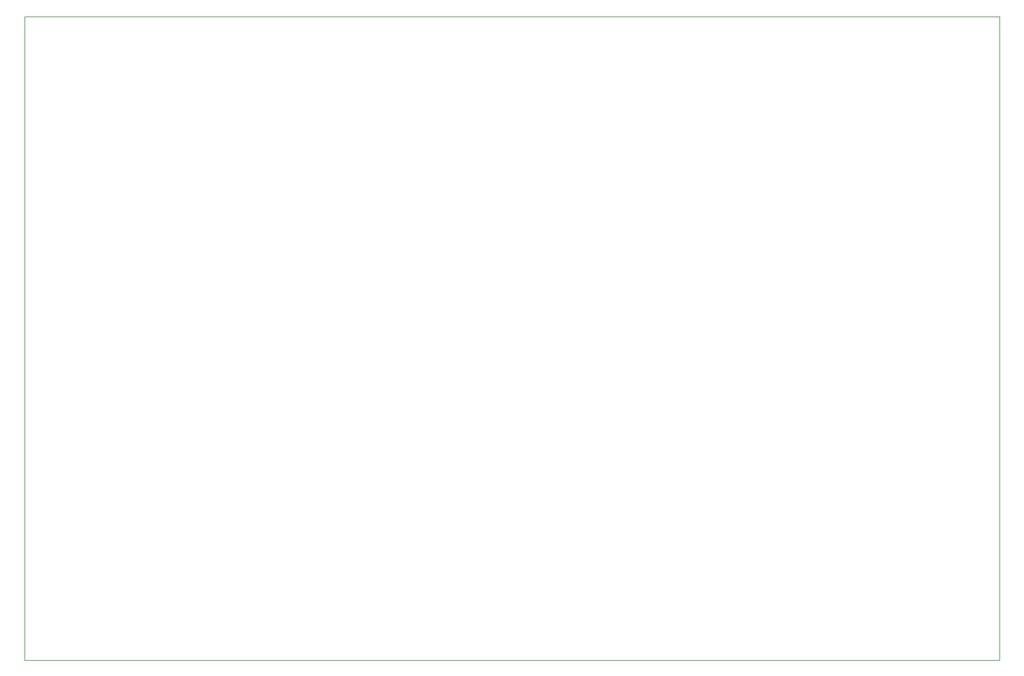
<source format=gbr>
%TF.GenerationSoftware,KiCad,Pcbnew,(5.99.0-7306-g4b2d9a5054)*%
%TF.CreationDate,2020-12-03T04:12:58-05:00*%
%TF.ProjectId,CaRFID,43615246-4944-42e6-9b69-6361645f7063,rev?*%
%TF.SameCoordinates,Original*%
%TF.FileFunction,Profile,NP*%
%FSLAX46Y46*%
G04 Gerber Fmt 4.6, Leading zero omitted, Abs format (unit mm)*
G04 Created by KiCad (PCBNEW (5.99.0-7306-g4b2d9a5054)) date 2020-12-03 04:12:58*
%MOMM*%
%LPD*%
G01*
G04 APERTURE LIST*
%TA.AperFunction,Profile*%
%ADD10C,0.038099*%
%TD*%
G04 APERTURE END LIST*
D10*
X15240000Y-40640000D02*
X149860000Y-40640000D01*
X149860000Y-40640000D02*
X149860000Y-129540000D01*
X149860000Y-129540000D02*
X15240000Y-129540000D01*
X15240000Y-129540000D02*
X15240000Y-40640000D01*
M02*

</source>
